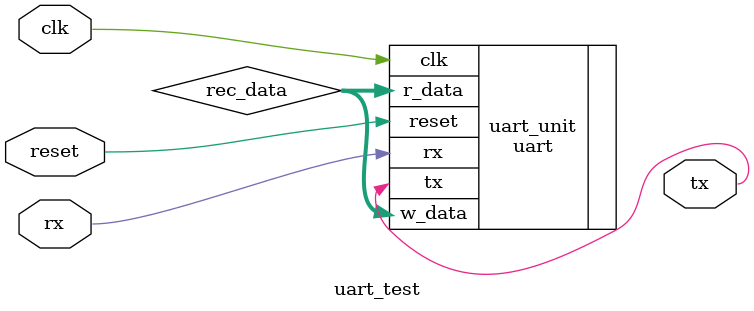
<source format=v>
module uart_test
  (
    input wire clk, reset,
    input wire rx,
    output wire tx
  );
   
	wire [7:0] rec_data;

  uart uart_unit
    (.clk(clk), .reset(reset), .rx(rx), .w_data(rec_data),
     .r_data(rec_data), .tx(tx));

endmodule

</source>
